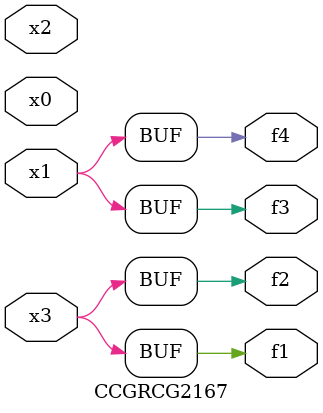
<source format=v>
module CCGRCG2167(
	input x0, x1, x2, x3,
	output f1, f2, f3, f4
);
	assign f1 = x3;
	assign f2 = x3;
	assign f3 = x1;
	assign f4 = x1;
endmodule

</source>
